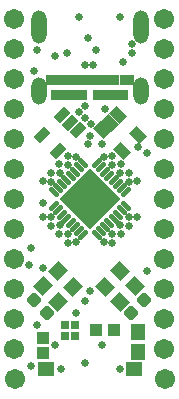
<source format=gts>
G04*
G04 #@! TF.GenerationSoftware,Altium Limited,CircuitMaker,2.2.1 (2.2.1.6)*
G04*
G04 Layer_Color=20142*
%FSLAX25Y25*%
%MOIN*%
G70*
G04*
G04 #@! TF.SameCoordinates,FB4DA932-24D3-4F87-B050-2CA4388B978A*
G04*
G04*
G04 #@! TF.FilePolarity,Negative*
G04*
G01*
G75*
%ADD33R,0.05524X0.04737*%
G04:AMPARAMS|DCode=34|XSize=31.62mil|YSize=51.31mil|CornerRadius=0mil|HoleSize=0mil|Usage=FLASHONLY|Rotation=315.000|XOffset=0mil|YOffset=0mil|HoleType=Round|Shape=Rectangle|*
%AMROTATEDRECTD34*
4,1,4,-0.02932,-0.00696,0.00696,0.02932,0.02932,0.00696,-0.00696,-0.02932,-0.02932,-0.00696,0.0*
%
%ADD34ROTATEDRECTD34*%

G04:AMPARAMS|DCode=35|XSize=33.59mil|YSize=51.31mil|CornerRadius=0mil|HoleSize=0mil|Usage=FLASHONLY|Rotation=45.000|XOffset=0mil|YOffset=0mil|HoleType=Round|Shape=Rectangle|*
%AMROTATEDRECTD35*
4,1,4,0.00626,-0.03002,-0.03002,0.00626,-0.00626,0.03002,0.03002,-0.00626,0.00626,-0.03002,0.0*
%
%ADD35ROTATEDRECTD35*%

%ADD36R,0.04737X0.03556*%
%ADD37R,0.01981X0.03556*%
%ADD38P,0.20619X4X90.0*%
G04:AMPARAMS|DCode=39|XSize=15.87mil|YSize=41.47mil|CornerRadius=0mil|HoleSize=0mil|Usage=FLASHONLY|Rotation=45.000|XOffset=0mil|YOffset=0mil|HoleType=Round|Shape=Round|*
%AMOVALD39*
21,1,0.02559,0.01587,0.00000,0.00000,135.0*
1,1,0.01587,0.00905,-0.00905*
1,1,0.01587,-0.00905,0.00905*
%
%ADD39OVALD39*%

G04:AMPARAMS|DCode=40|XSize=15.87mil|YSize=41.47mil|CornerRadius=0mil|HoleSize=0mil|Usage=FLASHONLY|Rotation=135.000|XOffset=0mil|YOffset=0mil|HoleType=Round|Shape=Round|*
%AMOVALD40*
21,1,0.02559,0.01587,0.00000,0.00000,225.0*
1,1,0.01587,0.00905,0.00905*
1,1,0.01587,-0.00905,-0.00905*
%
%ADD40OVALD40*%

G04:AMPARAMS|DCode=41|XSize=39.5mil|YSize=39.5mil|CornerRadius=7.15mil|HoleSize=0mil|Usage=FLASHONLY|Rotation=225.000|XOffset=0mil|YOffset=0mil|HoleType=Round|Shape=RoundedRectangle|*
%AMROUNDEDRECTD41*
21,1,0.03950,0.02520,0,0,225.0*
21,1,0.02520,0.03950,0,0,225.0*
1,1,0.01430,-0.01782,0.00000*
1,1,0.01430,0.00000,0.01782*
1,1,0.01430,0.01782,0.00000*
1,1,0.01430,0.00000,-0.01782*
%
%ADD41ROUNDEDRECTD41*%
%ADD42R,0.04343X0.03950*%
%ADD43R,0.04800X0.05200*%
G04:AMPARAMS|DCode=44|XSize=51.31mil|YSize=43.43mil|CornerRadius=0mil|HoleSize=0mil|Usage=FLASHONLY|Rotation=135.000|XOffset=0mil|YOffset=0mil|HoleType=Round|Shape=Rectangle|*
%AMROTATEDRECTD44*
4,1,4,0.03350,-0.00278,0.00278,-0.03350,-0.03350,0.00278,-0.00278,0.03350,0.03350,-0.00278,0.0*
%
%ADD44ROTATEDRECTD44*%

G04:AMPARAMS|DCode=45|XSize=51.31mil|YSize=43.43mil|CornerRadius=0mil|HoleSize=0mil|Usage=FLASHONLY|Rotation=45.000|XOffset=0mil|YOffset=0mil|HoleType=Round|Shape=Rectangle|*
%AMROTATEDRECTD45*
4,1,4,-0.00278,-0.03350,-0.03350,-0.00278,0.00278,0.03350,0.03350,0.00278,-0.00278,-0.03350,0.0*
%
%ADD45ROTATEDRECTD45*%

%ADD46R,0.02768X0.02768*%
%ADD47R,0.03950X0.03950*%
G04:AMPARAMS|DCode=48|XSize=39.5mil|YSize=39.5mil|CornerRadius=7.15mil|HoleSize=0mil|Usage=FLASHONLY|Rotation=315.000|XOffset=0mil|YOffset=0mil|HoleType=Round|Shape=RoundedRectangle|*
%AMROUNDEDRECTD48*
21,1,0.03950,0.02520,0,0,315.0*
21,1,0.02520,0.03950,0,0,315.0*
1,1,0.01430,0.00000,-0.01782*
1,1,0.01430,-0.01782,0.00000*
1,1,0.01430,0.00000,0.01782*
1,1,0.01430,0.01782,0.00000*
%
%ADD48ROUNDEDRECTD48*%
G04:AMPARAMS|DCode=49|XSize=90.68mil|YSize=51.31mil|CornerRadius=25.65mil|HoleSize=0mil|Usage=FLASHONLY|Rotation=270.000|XOffset=0mil|YOffset=0mil|HoleType=Round|Shape=RoundedRectangle|*
%AMROUNDEDRECTD49*
21,1,0.09068,0.00000,0,0,270.0*
21,1,0.03937,0.05131,0,0,270.0*
1,1,0.05131,0.00000,-0.01968*
1,1,0.05131,0.00000,0.01968*
1,1,0.05131,0.00000,0.01968*
1,1,0.05131,0.00000,-0.01968*
%
%ADD49ROUNDEDRECTD49*%
G04:AMPARAMS|DCode=50|XSize=110.36mil|YSize=51.31mil|CornerRadius=25.65mil|HoleSize=0mil|Usage=FLASHONLY|Rotation=270.000|XOffset=0mil|YOffset=0mil|HoleType=Round|Shape=RoundedRectangle|*
%AMROUNDEDRECTD50*
21,1,0.11036,0.00000,0,0,270.0*
21,1,0.05905,0.05131,0,0,270.0*
1,1,0.05131,0.00000,-0.02953*
1,1,0.05131,0.00000,0.02953*
1,1,0.05131,0.00000,0.02953*
1,1,0.05131,0.00000,-0.02953*
%
%ADD50ROUNDEDRECTD50*%
%ADD51C,0.06706*%
%ADD52C,0.02572*%
%ADD53C,0.03950*%
D33*
X115748Y108858D02*
D03*
X144882D02*
D03*
D34*
X126261Y188294D02*
D03*
X123616Y190939D02*
D03*
X120972Y193584D02*
D03*
X114290Y186902D02*
D03*
X119580Y181613D02*
D03*
D35*
X146340Y186902D02*
D03*
X141050Y181613D02*
D03*
X134369Y188294D02*
D03*
X137014Y190939D02*
D03*
X139658Y193584D02*
D03*
D36*
X118110Y205118D02*
D03*
X142520D02*
D03*
D37*
X121457D02*
D03*
X123425D02*
D03*
X137205D02*
D03*
X139173D02*
D03*
X135236D02*
D03*
X133268D02*
D03*
X125394D02*
D03*
X127362D02*
D03*
X129331D02*
D03*
X131299D02*
D03*
X118504Y200000D02*
D03*
X120472D02*
D03*
X122441D02*
D03*
X124409D02*
D03*
X126378D02*
D03*
X128347D02*
D03*
X132283D02*
D03*
X134252D02*
D03*
X136221D02*
D03*
X138189D02*
D03*
X140157D02*
D03*
X142126D02*
D03*
D38*
X130315Y165354D02*
D03*
D39*
X118275Y167651D02*
D03*
X119667Y169043D02*
D03*
X121058Y170435D02*
D03*
X122450Y171827D02*
D03*
X123842Y173219D02*
D03*
X125234Y174611D02*
D03*
X126626Y176003D02*
D03*
X128018Y177395D02*
D03*
X142355Y163058D02*
D03*
X140963Y161666D02*
D03*
X139571Y160274D02*
D03*
X138179Y158882D02*
D03*
X136787Y157490D02*
D03*
X135396Y156098D02*
D03*
X134004Y154706D02*
D03*
X132612Y153314D02*
D03*
D40*
Y177395D02*
D03*
X134004Y176003D02*
D03*
X135396Y174611D02*
D03*
X136787Y173219D02*
D03*
X138179Y171827D02*
D03*
X139571Y170435D02*
D03*
X140963Y169043D02*
D03*
X142355Y167651D02*
D03*
X128018Y153314D02*
D03*
X126626Y154706D02*
D03*
X125234Y156098D02*
D03*
X123842Y157490D02*
D03*
X122450Y158882D02*
D03*
X121058Y160274D02*
D03*
X119667Y161666D02*
D03*
X118275Y163058D02*
D03*
D41*
X111552Y131755D02*
D03*
X116007Y127301D02*
D03*
D42*
X114764Y114272D02*
D03*
Y119193D02*
D03*
D43*
X146260Y121116D02*
D03*
Y114370D02*
D03*
D44*
X140215Y131267D02*
D03*
X145504Y136556D02*
D03*
X140494Y141568D02*
D03*
X135204Y136278D02*
D03*
D45*
X119546Y141568D02*
D03*
X124835Y136278D02*
D03*
X119824Y131267D02*
D03*
X114535Y136556D02*
D03*
D46*
X125394Y119882D02*
D03*
Y123425D02*
D03*
X121850D02*
D03*
Y119882D02*
D03*
D47*
X138387Y121655D02*
D03*
X132482D02*
D03*
D48*
X144033Y127301D02*
D03*
X148487Y131755D02*
D03*
D49*
X147323Y201614D02*
D03*
X113307D02*
D03*
D50*
Y222716D02*
D03*
X147323D02*
D03*
D51*
X105118Y115315D02*
D03*
X105315Y105315D02*
D03*
X155315D02*
D03*
X155118Y115315D02*
D03*
Y125315D02*
D03*
Y135315D02*
D03*
Y145315D02*
D03*
Y155315D02*
D03*
Y165315D02*
D03*
Y175315D02*
D03*
Y185315D02*
D03*
Y195315D02*
D03*
Y205315D02*
D03*
Y215315D02*
D03*
Y225315D02*
D03*
X105118D02*
D03*
Y215315D02*
D03*
Y205315D02*
D03*
Y195315D02*
D03*
Y185315D02*
D03*
Y175315D02*
D03*
Y165315D02*
D03*
Y155315D02*
D03*
Y145315D02*
D03*
Y135315D02*
D03*
Y125315D02*
D03*
D52*
X120669Y108858D02*
D03*
X118701Y116732D02*
D03*
X112795Y123622D02*
D03*
X128543Y110827D02*
D03*
X111811Y208268D02*
D03*
X149213Y180709D02*
D03*
X128543Y131496D02*
D03*
X143328Y174192D02*
D03*
X146260Y182677D02*
D03*
X134449Y116732D02*
D03*
X110827Y109843D02*
D03*
X109843Y143307D02*
D03*
X114764Y163976D02*
D03*
X131496Y210236D02*
D03*
X128543Y196457D02*
D03*
Y192520D02*
D03*
X130315Y186614D02*
D03*
X129527Y183661D02*
D03*
X141339Y211221D02*
D03*
X144291Y214173D02*
D03*
X143194Y171274D02*
D03*
X134449Y183661D02*
D03*
X144291Y217126D02*
D03*
X114764Y142323D02*
D03*
X110827Y149213D02*
D03*
X125591Y127559D02*
D03*
X118701Y213189D02*
D03*
X112795Y215158D02*
D03*
X149213Y141339D02*
D03*
X140354Y108858D02*
D03*
X130253Y134707D02*
D03*
X126575Y194488D02*
D03*
X130512Y190551D02*
D03*
X135433Y195472D02*
D03*
X137760Y179759D02*
D03*
X134843Y179625D02*
D03*
X122638Y214173D02*
D03*
X129528Y219142D02*
D03*
X140354Y225984D02*
D03*
X126575D02*
D03*
X132480Y215158D02*
D03*
X117302Y156517D02*
D03*
X120220Y156651D02*
D03*
X122870Y150949D02*
D03*
X137760D02*
D03*
X140410Y156651D02*
D03*
X143194Y159435D02*
D03*
X137626Y153867D02*
D03*
X140544Y153733D02*
D03*
X117436Y159435D02*
D03*
X123003Y153867D02*
D03*
X125787Y151083D02*
D03*
X120086Y153733D02*
D03*
X114518Y159301D02*
D03*
X134843Y151083D02*
D03*
X143328Y156517D02*
D03*
X146112Y159301D02*
D03*
X137626Y176842D02*
D03*
X140410Y174058D02*
D03*
X140544Y176976D02*
D03*
X146112Y171408D02*
D03*
X120220Y174058D02*
D03*
X123003Y176842D02*
D03*
X128543Y210236D02*
D03*
X114518Y171408D02*
D03*
X117302Y174192D02*
D03*
X120086Y176976D02*
D03*
X117436Y171274D02*
D03*
X122870Y179759D02*
D03*
X125787Y179625D02*
D03*
D53*
X130315Y165354D02*
D03*
M02*

</source>
